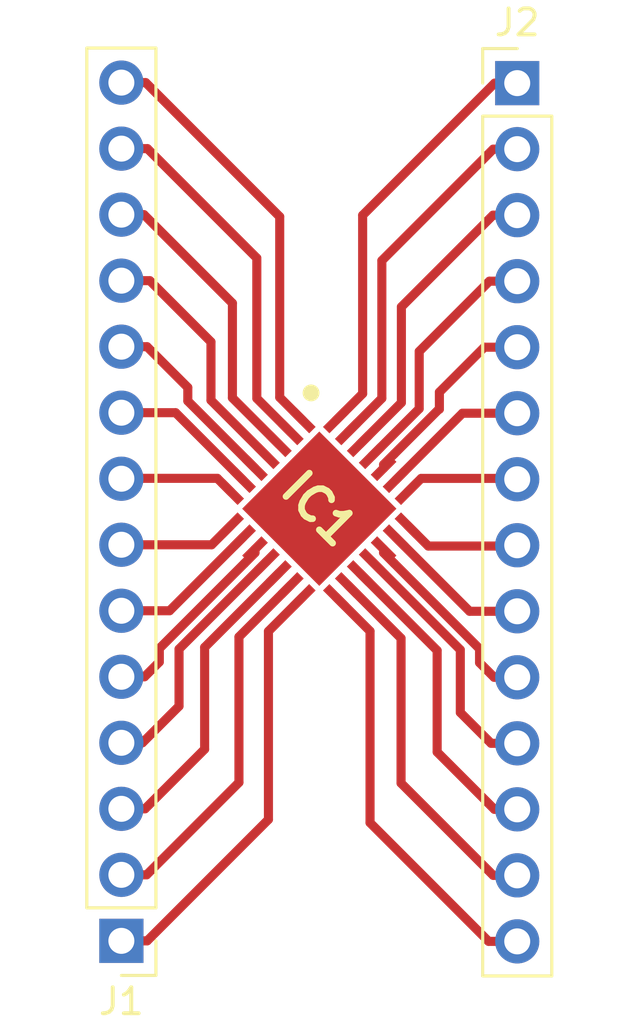
<source format=kicad_pcb>
(kicad_pcb (version 20171130) (host pcbnew "(5.1.2)-2")

  (general
    (thickness 1.6)
    (drawings 0)
    (tracks 111)
    (zones 0)
    (modules 3)
    (nets 30)
  )

  (page A4)
  (layers
    (0 F.Cu signal)
    (31 B.Cu signal)
    (32 B.Adhes user)
    (33 F.Adhes user)
    (34 B.Paste user)
    (35 F.Paste user)
    (36 B.SilkS user)
    (37 F.SilkS user)
    (38 B.Mask user)
    (39 F.Mask user)
    (40 Dwgs.User user)
    (41 Cmts.User user)
    (42 Eco1.User user)
    (43 Eco2.User user)
    (44 Edge.Cuts user)
    (45 Margin user)
    (46 B.CrtYd user)
    (47 F.CrtYd user)
    (48 B.Fab user)
    (49 F.Fab user)
  )

  (setup
    (last_trace_width 0.35)
    (user_trace_width 0.35)
    (trace_clearance 0.2)
    (zone_clearance 0.508)
    (zone_45_only no)
    (trace_min 0.2)
    (via_size 0.8)
    (via_drill 0.4)
    (via_min_size 0.4)
    (via_min_drill 0.3)
    (uvia_size 0.3)
    (uvia_drill 0.1)
    (uvias_allowed no)
    (uvia_min_size 0.2)
    (uvia_min_drill 0.1)
    (edge_width 0.05)
    (segment_width 0.2)
    (pcb_text_width 0.3)
    (pcb_text_size 1.5 1.5)
    (mod_edge_width 0.12)
    (mod_text_size 1 1)
    (mod_text_width 0.15)
    (pad_size 1.524 1.524)
    (pad_drill 0.762)
    (pad_to_mask_clearance 0.051)
    (solder_mask_min_width 0.25)
    (aux_axis_origin 0 0)
    (grid_origin 145.29308 96.87306)
    (visible_elements 7FFFFFFF)
    (pcbplotparams
      (layerselection 0x010fc_ffffffff)
      (usegerberextensions false)
      (usegerberattributes false)
      (usegerberadvancedattributes false)
      (creategerberjobfile false)
      (excludeedgelayer true)
      (linewidth 0.100000)
      (plotframeref false)
      (viasonmask false)
      (mode 1)
      (useauxorigin false)
      (hpglpennumber 1)
      (hpglpenspeed 20)
      (hpglpendiameter 15.000000)
      (psnegative false)
      (psa4output false)
      (plotreference true)
      (plotvalue true)
      (plotinvisibletext false)
      (padsonsilk false)
      (subtractmaskfromsilk false)
      (outputformat 1)
      (mirror false)
      (drillshape 1)
      (scaleselection 1)
      (outputdirectory ""))
  )

  (net 0 "")
  (net 1 /Pin1)
  (net 2 /Pin2)
  (net 3 /Pin3)
  (net 4 /Pin15)
  (net 5 /Pin28)
  (net 6 /Pin27)
  (net 7 /Pin26)
  (net 8 /Pin24)
  (net 9 /Pin23)
  (net 10 /Pin22)
  (net 11 /Pin21)
  (net 12 /Pin20)
  (net 13 /Pin18)
  (net 14 /Pin17)
  (net 15 /Pin16)
  (net 16 /Pin14)
  (net 17 /Pin13)
  (net 18 /Pin12)
  (net 19 /Pin11)
  (net 20 /Pin10)
  (net 21 /Pin9)
  (net 22 /Pin8)
  (net 23 /Pin7)
  (net 24 /Pin6)
  (net 25 /Pin5)
  (net 26 /Pin4)
  (net 27 "Net-(IC1-Pad29)")
  (net 28 /Pin19)
  (net 29 /Pin25)

  (net_class Default "This is the default net class."
    (clearance 0.2)
    (trace_width 0.25)
    (via_dia 0.8)
    (via_drill 0.4)
    (uvia_dia 0.3)
    (uvia_drill 0.1)
    (add_net /Pin1)
    (add_net /Pin10)
    (add_net /Pin11)
    (add_net /Pin12)
    (add_net /Pin13)
    (add_net /Pin14)
    (add_net /Pin15)
    (add_net /Pin16)
    (add_net /Pin17)
    (add_net /Pin18)
    (add_net /Pin19)
    (add_net /Pin2)
    (add_net /Pin20)
    (add_net /Pin21)
    (add_net /Pin22)
    (add_net /Pin23)
    (add_net /Pin24)
    (add_net /Pin25)
    (add_net /Pin26)
    (add_net /Pin27)
    (add_net /Pin28)
    (add_net /Pin3)
    (add_net /Pin4)
    (add_net /Pin5)
    (add_net /Pin6)
    (add_net /Pin7)
    (add_net /Pin8)
    (add_net /Pin9)
    (add_net "Net-(IC1-Pad29)")
  )

  (module MCP25625_Breakoutboard:QFN65P600X600X100-29N-D (layer F.Cu) (tedit 0) (tstamp 5DC9A7CA)
    (at 145.29308 96.87306 315)
    (descr "28-Lead (ML) - 6x6 mm Body [QFN] with 0.55 mm Contact Length")
    (tags "Integrated Circuit")
    (path /5DCBA3DF)
    (attr smd)
    (fp_text reference IC1 (at 0 0 135) (layer F.SilkS)
      (effects (font (size 1.27 1.27) (thickness 0.254)))
    )
    (fp_text value MCP25625T-E_ML (at 0 0 135) (layer F.SilkS) hide
      (effects (font (size 1.27 1.27) (thickness 0.254)))
    )
    (fp_text user %R (at 0 0 135) (layer F.Fab)
      (effects (font (size 1.27 1.27) (thickness 0.254)))
    )
    (fp_line (start -3.625 -3.625) (end 3.625 -3.625) (layer F.CrtYd) (width 0.05))
    (fp_line (start 3.625 -3.625) (end 3.625 3.625) (layer F.CrtYd) (width 0.05))
    (fp_line (start 3.625 3.625) (end -3.625 3.625) (layer F.CrtYd) (width 0.05))
    (fp_line (start -3.625 3.625) (end -3.625 -3.625) (layer F.CrtYd) (width 0.05))
    (fp_line (start -3 -3) (end 3 -3) (layer F.Fab) (width 0.1))
    (fp_line (start 3 -3) (end 3 3) (layer F.Fab) (width 0.1))
    (fp_line (start 3 3) (end -3 3) (layer F.Fab) (width 0.1))
    (fp_line (start -3 3) (end -3 -3) (layer F.Fab) (width 0.1))
    (fp_line (start -3 -2.35) (end -2.35 -3) (layer F.Fab) (width 0.1))
    (fp_circle (center -3.3745 -2.925) (end -3.3745 -2.7625) (layer F.SilkS) (width 0.325))
    (pad 1 smd rect (at -2.85 -1.95 45) (size 0.35 1.05) (layers F.Cu F.Paste F.Mask)
      (net 1 /Pin1))
    (pad 2 smd rect (at -2.85 -1.3 45) (size 0.35 1.05) (layers F.Cu F.Paste F.Mask)
      (net 2 /Pin2))
    (pad 3 smd rect (at -2.85 -0.65 45) (size 0.35 1.05) (layers F.Cu F.Paste F.Mask)
      (net 3 /Pin3))
    (pad 4 smd rect (at -2.85 0 45) (size 0.35 1.05) (layers F.Cu F.Paste F.Mask)
      (net 26 /Pin4))
    (pad 5 smd rect (at -2.85 0.65 45) (size 0.35 1.05) (layers F.Cu F.Paste F.Mask)
      (net 25 /Pin5))
    (pad 6 smd rect (at -2.85 1.3 45) (size 0.35 1.05) (layers F.Cu F.Paste F.Mask)
      (net 24 /Pin6))
    (pad 7 smd rect (at -2.85 1.95 45) (size 0.35 1.05) (layers F.Cu F.Paste F.Mask)
      (net 23 /Pin7))
    (pad 8 smd rect (at -1.95 2.85 315) (size 0.35 1.05) (layers F.Cu F.Paste F.Mask)
      (net 22 /Pin8))
    (pad 9 smd rect (at -1.3 2.85 315) (size 0.35 1.05) (layers F.Cu F.Paste F.Mask)
      (net 21 /Pin9))
    (pad 10 smd rect (at -0.65 2.85 315) (size 0.35 1.05) (layers F.Cu F.Paste F.Mask)
      (net 20 /Pin10))
    (pad 11 smd rect (at 0 2.85 315) (size 0.35 1.05) (layers F.Cu F.Paste F.Mask)
      (net 19 /Pin11))
    (pad 12 smd rect (at 0.65 2.85 315) (size 0.35 1.05) (layers F.Cu F.Paste F.Mask)
      (net 18 /Pin12))
    (pad 13 smd rect (at 1.3 2.85 315) (size 0.35 1.05) (layers F.Cu F.Paste F.Mask)
      (net 17 /Pin13))
    (pad 14 smd rect (at 1.95 2.85 315) (size 0.35 1.05) (layers F.Cu F.Paste F.Mask)
      (net 16 /Pin14))
    (pad 15 smd rect (at 2.85 1.95 45) (size 0.35 1.05) (layers F.Cu F.Paste F.Mask)
      (net 4 /Pin15))
    (pad 16 smd rect (at 2.85 1.3 45) (size 0.35 1.05) (layers F.Cu F.Paste F.Mask)
      (net 15 /Pin16))
    (pad 17 smd rect (at 2.85 0.65 45) (size 0.35 1.05) (layers F.Cu F.Paste F.Mask)
      (net 14 /Pin17))
    (pad 18 smd rect (at 2.85 0 45) (size 0.35 1.05) (layers F.Cu F.Paste F.Mask)
      (net 13 /Pin18))
    (pad 19 smd rect (at 2.85 -0.65 45) (size 0.35 1.05) (layers F.Cu F.Paste F.Mask)
      (net 28 /Pin19))
    (pad 20 smd rect (at 2.85 -1.3 45) (size 0.35 1.05) (layers F.Cu F.Paste F.Mask)
      (net 12 /Pin20))
    (pad 21 smd rect (at 2.85 -1.95 45) (size 0.35 1.05) (layers F.Cu F.Paste F.Mask)
      (net 11 /Pin21))
    (pad 22 smd rect (at 1.95 -2.85 315) (size 0.35 1.05) (layers F.Cu F.Paste F.Mask)
      (net 10 /Pin22))
    (pad 23 smd rect (at 1.3 -2.85 315) (size 0.35 1.05) (layers F.Cu F.Paste F.Mask)
      (net 9 /Pin23))
    (pad 24 smd rect (at 0.65 -2.85 315) (size 0.35 1.05) (layers F.Cu F.Paste F.Mask)
      (net 8 /Pin24))
    (pad 25 smd rect (at 0 -2.85 315) (size 0.35 1.05) (layers F.Cu F.Paste F.Mask)
      (net 29 /Pin25))
    (pad 26 smd rect (at -0.65 -2.85 315) (size 0.35 1.05) (layers F.Cu F.Paste F.Mask)
      (net 7 /Pin26))
    (pad 27 smd rect (at -1.3 -2.85 315) (size 0.35 1.05) (layers F.Cu F.Paste F.Mask)
      (net 6 /Pin27))
    (pad 28 smd rect (at -1.95 -2.85 315) (size 0.35 1.05) (layers F.Cu F.Paste F.Mask)
      (net 5 /Pin28))
    (pad 29 smd rect (at 0 0 315) (size 4.2 4.2) (layers F.Cu F.Paste F.Mask)
      (net 27 "Net-(IC1-Pad29)"))
    (model MCP25625T-E_ML.stp
      (at (xyz 0 0 0))
      (scale (xyz 1 1 1))
      (rotate (xyz 0 0 0))
    )
  )

  (module Connector_PinHeader_2.54mm:PinHeader_1x14_P2.54mm_Vertical (layer F.Cu) (tedit 59FED5CC) (tstamp 5DC9A17C)
    (at 152.91308 80.5)
    (descr "Through hole straight pin header, 1x14, 2.54mm pitch, single row")
    (tags "Through hole pin header THT 1x14 2.54mm single row")
    (path /5DC9EBC5)
    (fp_text reference J2 (at 0 -2.33) (layer F.SilkS)
      (effects (font (size 1 1) (thickness 0.15)))
    )
    (fp_text value Conn_01x14 (at 0 35.35) (layer F.Fab)
      (effects (font (size 1 1) (thickness 0.15)))
    )
    (fp_text user %R (at 0 16.51 90) (layer F.Fab)
      (effects (font (size 1 1) (thickness 0.15)))
    )
    (fp_line (start 1.8 -1.8) (end -1.8 -1.8) (layer F.CrtYd) (width 0.05))
    (fp_line (start 1.8 34.8) (end 1.8 -1.8) (layer F.CrtYd) (width 0.05))
    (fp_line (start -1.8 34.8) (end 1.8 34.8) (layer F.CrtYd) (width 0.05))
    (fp_line (start -1.8 -1.8) (end -1.8 34.8) (layer F.CrtYd) (width 0.05))
    (fp_line (start -1.33 -1.33) (end 0 -1.33) (layer F.SilkS) (width 0.12))
    (fp_line (start -1.33 0) (end -1.33 -1.33) (layer F.SilkS) (width 0.12))
    (fp_line (start -1.33 1.27) (end 1.33 1.27) (layer F.SilkS) (width 0.12))
    (fp_line (start 1.33 1.27) (end 1.33 34.35) (layer F.SilkS) (width 0.12))
    (fp_line (start -1.33 1.27) (end -1.33 34.35) (layer F.SilkS) (width 0.12))
    (fp_line (start -1.33 34.35) (end 1.33 34.35) (layer F.SilkS) (width 0.12))
    (fp_line (start -1.27 -0.635) (end -0.635 -1.27) (layer F.Fab) (width 0.1))
    (fp_line (start -1.27 34.29) (end -1.27 -0.635) (layer F.Fab) (width 0.1))
    (fp_line (start 1.27 34.29) (end -1.27 34.29) (layer F.Fab) (width 0.1))
    (fp_line (start 1.27 -1.27) (end 1.27 34.29) (layer F.Fab) (width 0.1))
    (fp_line (start -0.635 -1.27) (end 1.27 -1.27) (layer F.Fab) (width 0.1))
    (pad 14 thru_hole oval (at 0 33.02) (size 1.7 1.7) (drill 1) (layers *.Cu *.Mask)
      (net 4 /Pin15))
    (pad 13 thru_hole oval (at 0 30.48) (size 1.7 1.7) (drill 1) (layers *.Cu *.Mask)
      (net 15 /Pin16))
    (pad 12 thru_hole oval (at 0 27.94) (size 1.7 1.7) (drill 1) (layers *.Cu *.Mask)
      (net 14 /Pin17))
    (pad 11 thru_hole oval (at 0 25.4) (size 1.7 1.7) (drill 1) (layers *.Cu *.Mask)
      (net 13 /Pin18))
    (pad 10 thru_hole oval (at 0 22.86) (size 1.7 1.7) (drill 1) (layers *.Cu *.Mask)
      (net 28 /Pin19))
    (pad 9 thru_hole oval (at 0 20.32) (size 1.7 1.7) (drill 1) (layers *.Cu *.Mask)
      (net 12 /Pin20))
    (pad 8 thru_hole oval (at 0 17.78) (size 1.7 1.7) (drill 1) (layers *.Cu *.Mask)
      (net 11 /Pin21))
    (pad 7 thru_hole oval (at 0 15.24) (size 1.7 1.7) (drill 1) (layers *.Cu *.Mask)
      (net 10 /Pin22))
    (pad 6 thru_hole oval (at 0 12.7) (size 1.7 1.7) (drill 1) (layers *.Cu *.Mask)
      (net 9 /Pin23))
    (pad 5 thru_hole oval (at 0 10.16) (size 1.7 1.7) (drill 1) (layers *.Cu *.Mask)
      (net 8 /Pin24))
    (pad 4 thru_hole oval (at 0 7.62) (size 1.7 1.7) (drill 1) (layers *.Cu *.Mask)
      (net 29 /Pin25))
    (pad 3 thru_hole oval (at 0 5.08) (size 1.7 1.7) (drill 1) (layers *.Cu *.Mask)
      (net 7 /Pin26))
    (pad 2 thru_hole oval (at 0 2.54) (size 1.7 1.7) (drill 1) (layers *.Cu *.Mask)
      (net 6 /Pin27))
    (pad 1 thru_hole rect (at 0 0) (size 1.7 1.7) (drill 1) (layers *.Cu *.Mask)
      (net 5 /Pin28))
    (model ${KISYS3DMOD}/Connector_PinHeader_2.54mm.3dshapes/PinHeader_1x14_P2.54mm_Vertical.wrl
      (at (xyz 0 0 0))
      (scale (xyz 1 1 1))
      (rotate (xyz 0 0 0))
    )
  )

  (module Connector_PinHeader_2.54mm:PinHeader_1x14_P2.54mm_Vertical (layer F.Cu) (tedit 59FED5CC) (tstamp 5DC9A15A)
    (at 137.67308 113.5 180)
    (descr "Through hole straight pin header, 1x14, 2.54mm pitch, single row")
    (tags "Through hole pin header THT 1x14 2.54mm single row")
    (path /5DC9CCEC)
    (fp_text reference J1 (at 0 -2.33) (layer F.SilkS)
      (effects (font (size 1 1) (thickness 0.15)))
    )
    (fp_text value Conn_01x14 (at 0 35.35) (layer F.Fab)
      (effects (font (size 1 1) (thickness 0.15)))
    )
    (fp_text user %R (at 0.354319 8.436599 90) (layer F.Fab)
      (effects (font (size 1 1) (thickness 0.15)))
    )
    (fp_line (start 1.8 -1.8) (end -1.8 -1.8) (layer F.CrtYd) (width 0.05))
    (fp_line (start 1.8 34.8) (end 1.8 -1.8) (layer F.CrtYd) (width 0.05))
    (fp_line (start -1.8 34.8) (end 1.8 34.8) (layer F.CrtYd) (width 0.05))
    (fp_line (start -1.8 -1.8) (end -1.8 34.8) (layer F.CrtYd) (width 0.05))
    (fp_line (start -1.33 -1.33) (end 0 -1.33) (layer F.SilkS) (width 0.12))
    (fp_line (start -1.33 0) (end -1.33 -1.33) (layer F.SilkS) (width 0.12))
    (fp_line (start -1.33 1.27) (end 1.33 1.27) (layer F.SilkS) (width 0.12))
    (fp_line (start 1.33 1.27) (end 1.33 34.35) (layer F.SilkS) (width 0.12))
    (fp_line (start -1.33 1.27) (end -1.33 34.35) (layer F.SilkS) (width 0.12))
    (fp_line (start -1.33 34.35) (end 1.33 34.35) (layer F.SilkS) (width 0.12))
    (fp_line (start -1.27 -0.635) (end -0.635 -1.27) (layer F.Fab) (width 0.1))
    (fp_line (start -1.27 34.29) (end -1.27 -0.635) (layer F.Fab) (width 0.1))
    (fp_line (start 1.27 34.29) (end -1.27 34.29) (layer F.Fab) (width 0.1))
    (fp_line (start 1.27 -1.27) (end 1.27 34.29) (layer F.Fab) (width 0.1))
    (fp_line (start -0.635 -1.27) (end 1.27 -1.27) (layer F.Fab) (width 0.1))
    (pad 14 thru_hole oval (at 0 33.02 180) (size 1.7 1.7) (drill 1) (layers *.Cu *.Mask)
      (net 1 /Pin1))
    (pad 13 thru_hole oval (at 0 30.48 180) (size 1.7 1.7) (drill 1) (layers *.Cu *.Mask)
      (net 2 /Pin2))
    (pad 12 thru_hole oval (at 0 27.94 180) (size 1.7 1.7) (drill 1) (layers *.Cu *.Mask)
      (net 3 /Pin3))
    (pad 11 thru_hole oval (at 0 25.4 180) (size 1.7 1.7) (drill 1) (layers *.Cu *.Mask)
      (net 26 /Pin4))
    (pad 10 thru_hole oval (at 0 22.86 180) (size 1.7 1.7) (drill 1) (layers *.Cu *.Mask)
      (net 25 /Pin5))
    (pad 9 thru_hole oval (at 0 20.32 180) (size 1.7 1.7) (drill 1) (layers *.Cu *.Mask)
      (net 24 /Pin6))
    (pad 8 thru_hole oval (at 0 17.78 180) (size 1.7 1.7) (drill 1) (layers *.Cu *.Mask)
      (net 23 /Pin7))
    (pad 7 thru_hole oval (at 0 15.24 180) (size 1.7 1.7) (drill 1) (layers *.Cu *.Mask)
      (net 22 /Pin8))
    (pad 6 thru_hole oval (at 0 12.7 180) (size 1.7 1.7) (drill 1) (layers *.Cu *.Mask)
      (net 21 /Pin9))
    (pad 5 thru_hole oval (at 0 10.16 180) (size 1.7 1.7) (drill 1) (layers *.Cu *.Mask)
      (net 20 /Pin10))
    (pad 4 thru_hole oval (at 0 7.62 180) (size 1.7 1.7) (drill 1) (layers *.Cu *.Mask)
      (net 19 /Pin11))
    (pad 3 thru_hole oval (at 0 5.08 180) (size 1.7 1.7) (drill 1) (layers *.Cu *.Mask)
      (net 18 /Pin12))
    (pad 2 thru_hole oval (at 0 2.54 180) (size 1.7 1.7) (drill 1) (layers *.Cu *.Mask)
      (net 17 /Pin13))
    (pad 1 thru_hole rect (at 0 0 180) (size 1.7 1.7) (drill 1) (layers *.Cu *.Mask)
      (net 16 /Pin14))
    (model ${KISYS3DMOD}/Connector_PinHeader_2.54mm.3dshapes/PinHeader_1x14_P2.54mm_Vertical.wrl
      (at (xyz 0 0 0))
      (scale (xyz 1 1 1))
      (rotate (xyz 0 0 0))
    )
  )

  (segment (start 138.61044 80.48) (end 137.67308 80.48) (width 0.35) (layer F.Cu) (net 1))
  (segment (start 143.76908 85.63864) (end 138.61044 80.48) (width 0.35) (layer F.Cu) (net 1))
  (segment (start 144.656684 93.478947) (end 143.76908 92.591343) (width 0.35) (layer F.Cu) (net 1))
  (segment (start 143.76908 92.591343) (end 143.76908 85.63864) (width 0.35) (layer F.Cu) (net 1))
  (segment (start 138.67648 83.02) (end 137.67308 83.02) (width 0.35) (layer F.Cu) (net 2))
  (segment (start 142.8877 87.23122) (end 138.67648 83.02) (width 0.35) (layer F.Cu) (net 2))
  (segment (start 144.197064 93.938567) (end 142.8877 92.629203) (width 0.35) (layer F.Cu) (net 2))
  (segment (start 142.8877 92.629203) (end 142.8877 87.23122) (width 0.35) (layer F.Cu) (net 2))
  (segment (start 138.54186 85.56) (end 137.67308 85.56) (width 0.35) (layer F.Cu) (net 3))
  (segment (start 141.9479 88.96604) (end 138.54186 85.56) (width 0.35) (layer F.Cu) (net 3))
  (segment (start 143.737445 94.398186) (end 141.9479 92.608641) (width 0.35) (layer F.Cu) (net 3))
  (segment (start 141.9479 92.608641) (end 141.9479 88.96604) (width 0.35) (layer F.Cu) (net 3))
  (segment (start 151.8105 113.52) (end 152.91308 113.52) (width 0.35) (layer F.Cu) (net 4))
  (segment (start 147.24634 108.95584) (end 151.8105 113.52) (width 0.35) (layer F.Cu) (net 4))
  (segment (start 145.929476 100.267173) (end 147.24634 101.584037) (width 0.35) (layer F.Cu) (net 4))
  (segment (start 147.24634 101.584037) (end 147.24634 108.95584) (width 0.35) (layer F.Cu) (net 4))
  (segment (start 152.04462 80.5) (end 152.91308 80.5) (width 0.35) (layer F.Cu) (net 5))
  (segment (start 146.96186 85.58276) (end 152.04462 80.5) (width 0.35) (layer F.Cu) (net 5))
  (segment (start 145.929476 93.478947) (end 146.96186 92.446563) (width 0.35) (layer F.Cu) (net 5))
  (segment (start 146.96186 92.446563) (end 146.96186 85.58276) (width 0.35) (layer F.Cu) (net 5))
  (segment (start 151.98874 83.04) (end 152.91308 83.04) (width 0.35) (layer F.Cu) (net 6))
  (segment (start 147.701 87.32774) (end 151.98874 83.04) (width 0.35) (layer F.Cu) (net 6))
  (segment (start 146.389096 93.938567) (end 147.701 92.626663) (width 0.35) (layer F.Cu) (net 6))
  (segment (start 147.701 92.626663) (end 147.701 87.32774) (width 0.35) (layer F.Cu) (net 6))
  (segment (start 151.98112 85.58) (end 152.91308 85.58) (width 0.35) (layer F.Cu) (net 7))
  (segment (start 148.45284 89.10828) (end 151.98112 85.58) (width 0.35) (layer F.Cu) (net 7))
  (segment (start 146.848715 94.398186) (end 148.45284 92.794061) (width 0.35) (layer F.Cu) (net 7))
  (segment (start 148.45284 92.794061) (end 148.45284 89.10828) (width 0.35) (layer F.Cu) (net 7))
  (segment (start 149.91588 92.38996) (end 151.64584 90.66) (width 0.35) (layer F.Cu) (net 8))
  (segment (start 151.64584 90.66) (end 152.91308 90.66) (width 0.35) (layer F.Cu) (net 8))
  (segment (start 147.767954 95.17602) (end 148.178319 94.765655) (width 0.35) (layer F.Cu) (net 8))
  (segment (start 147.767954 95.317425) (end 147.767954 95.17602) (width 0.35) (layer F.Cu) (net 8))
  (segment (start 148.178319 94.765655) (end 148.178319 94.765651) (width 0.35) (layer F.Cu) (net 8))
  (segment (start 148.178319 94.765651) (end 149.89869 93.04528) (width 0.35) (layer F.Cu) (net 8))
  (segment (start 149.89869 93.04528) (end 149.91588 93.04528) (width 0.35) (layer F.Cu) (net 8))
  (segment (start 149.91588 93.04528) (end 149.91588 92.38996) (width 0.35) (layer F.Cu) (net 8))
  (segment (start 150.804617 93.2) (end 152.91308 93.2) (width 0.35) (layer F.Cu) (net 9))
  (segment (start 148.227573 95.777044) (end 150.804617 93.2) (width 0.35) (layer F.Cu) (net 9))
  (segment (start 152.88028 95.7072) (end 152.91308 95.74) (width 0.35) (layer F.Cu) (net 10))
  (segment (start 148.687193 96.236664) (end 149.216657 95.7072) (width 0.35) (layer F.Cu) (net 10))
  (segment (start 149.216657 95.7072) (end 152.88028 95.7072) (width 0.35) (layer F.Cu) (net 10))
  (segment (start 152.88238 98.3107) (end 152.91308 98.28) (width 0.35) (layer F.Cu) (net 11))
  (segment (start 148.687193 97.509456) (end 149.488437 98.3107) (width 0.35) (layer F.Cu) (net 11))
  (segment (start 149.488437 98.3107) (end 152.88238 98.3107) (width 0.35) (layer F.Cu) (net 11))
  (segment (start 151.710999 100.82) (end 152.91308 100.82) (width 0.35) (layer F.Cu) (net 12))
  (segment (start 148.227573 97.969076) (end 151.078497 100.82) (width 0.35) (layer F.Cu) (net 12))
  (segment (start 151.078497 100.82) (end 151.710999 100.82) (width 0.35) (layer F.Cu) (net 12))
  (segment (start 151.90702 105.9) (end 152.91308 105.9) (width 0.35) (layer F.Cu) (net 13))
  (segment (start 150.72106 104.71404) (end 151.90702 105.9) (width 0.35) (layer F.Cu) (net 13))
  (segment (start 147.308334 98.888314) (end 150.72106 102.30104) (width 0.35) (layer F.Cu) (net 13))
  (segment (start 150.72106 102.30104) (end 150.72106 104.71404) (width 0.35) (layer F.Cu) (net 13))
  (segment (start 152.03402 108.44) (end 152.91308 108.44) (width 0.35) (layer F.Cu) (net 14))
  (segment (start 149.82952 106.2355) (end 152.03402 108.44) (width 0.35) (layer F.Cu) (net 14))
  (segment (start 146.848715 99.347934) (end 149.82952 102.328739) (width 0.35) (layer F.Cu) (net 14))
  (segment (start 149.82952 102.328739) (end 149.82952 106.2355) (width 0.35) (layer F.Cu) (net 14))
  (segment (start 151.9883 110.98) (end 152.91308 110.98) (width 0.35) (layer F.Cu) (net 15))
  (segment (start 148.44014 107.43184) (end 151.9883 110.98) (width 0.35) (layer F.Cu) (net 15))
  (segment (start 146.389096 99.807553) (end 148.44014 101.858597) (width 0.35) (layer F.Cu) (net 15))
  (segment (start 148.44014 101.858597) (end 148.44014 107.43184) (width 0.35) (layer F.Cu) (net 15))
  (segment (start 138.66612 113.5) (end 137.67308 113.5) (width 0.35) (layer F.Cu) (net 16))
  (segment (start 143.33474 108.83138) (end 138.66612 113.5) (width 0.35) (layer F.Cu) (net 16))
  (segment (start 144.656684 100.267173) (end 143.33474 101.589117) (width 0.35) (layer F.Cu) (net 16))
  (segment (start 143.33474 101.589117) (end 143.33474 108.83138) (width 0.35) (layer F.Cu) (net 16))
  (segment (start 138.6458 110.96) (end 137.67308 110.96) (width 0.35) (layer F.Cu) (net 17))
  (segment (start 142.19936 107.40644) (end 138.6458 110.96) (width 0.35) (layer F.Cu) (net 17))
  (segment (start 144.197064 99.807553) (end 142.19936 101.805257) (width 0.35) (layer F.Cu) (net 17))
  (segment (start 142.19936 101.805257) (end 142.19936 107.40644) (width 0.35) (layer F.Cu) (net 17))
  (segment (start 138.58484 108.42) (end 137.67308 108.42) (width 0.35) (layer F.Cu) (net 18))
  (segment (start 140.87856 106.12628) (end 138.58484 108.42) (width 0.35) (layer F.Cu) (net 18))
  (segment (start 143.737445 99.347934) (end 140.87856 102.206819) (width 0.35) (layer F.Cu) (net 18))
  (segment (start 140.87856 102.206819) (end 140.87856 106.12628) (width 0.35) (layer F.Cu) (net 18))
  (segment (start 138.48324 105.88) (end 137.67308 105.88) (width 0.35) (layer F.Cu) (net 19))
  (segment (start 139.89304 104.4702) (end 138.48324 105.88) (width 0.35) (layer F.Cu) (net 19))
  (segment (start 143.277826 98.888314) (end 139.89304 102.2731) (width 0.35) (layer F.Cu) (net 19))
  (segment (start 139.89304 102.2731) (end 139.89304 104.4702) (width 0.35) (layer F.Cu) (net 19))
  (segment (start 138.56452 103.34) (end 137.67308 103.34) (width 0.35) (layer F.Cu) (net 20))
  (segment (start 142.818206 98.428695) (end 142.818206 98.5701) (width 0.35) (layer F.Cu) (net 20))
  (segment (start 142.407841 98.980465) (end 142.407841 98.980469) (width 0.35) (layer F.Cu) (net 20))
  (segment (start 142.407841 98.980469) (end 139.13358 102.25473) (width 0.35) (layer F.Cu) (net 20))
  (segment (start 142.818206 98.5701) (end 142.407841 98.980465) (width 0.35) (layer F.Cu) (net 20))
  (segment (start 139.13358 102.25473) (end 139.13358 102.77094) (width 0.35) (layer F.Cu) (net 20))
  (segment (start 139.13358 102.77094) (end 138.56452 103.34) (width 0.35) (layer F.Cu) (net 20))
  (segment (start 139.527663 100.8) (end 137.67308 100.8) (width 0.35) (layer F.Cu) (net 21))
  (segment (start 142.358587 97.969076) (end 139.527663 100.8) (width 0.35) (layer F.Cu) (net 21))
  (segment (start 137.67552 98.26244) (end 137.67308 98.26) (width 0.35) (layer F.Cu) (net 22))
  (segment (start 141.898967 97.509456) (end 141.145983 98.26244) (width 0.35) (layer F.Cu) (net 22))
  (segment (start 141.145983 98.26244) (end 137.67552 98.26244) (width 0.35) (layer F.Cu) (net 22))
  (segment (start 137.68842 95.70466) (end 137.67308 95.72) (width 0.35) (layer F.Cu) (net 23))
  (segment (start 141.898967 96.236664) (end 141.366963 95.70466) (width 0.35) (layer F.Cu) (net 23))
  (segment (start 141.366963 95.70466) (end 137.68842 95.70466) (width 0.35) (layer F.Cu) (net 23))
  (segment (start 139.761543 93.18) (end 137.67308 93.18) (width 0.35) (layer F.Cu) (net 24))
  (segment (start 142.358587 95.777044) (end 139.761543 93.18) (width 0.35) (layer F.Cu) (net 24))
  (segment (start 138.66124 90.64) (end 137.67308 90.64) (width 0.35) (layer F.Cu) (net 25))
  (segment (start 140.23086 92.20962) (end 138.66124 90.64) (width 0.35) (layer F.Cu) (net 25))
  (segment (start 142.818206 95.317425) (end 140.23086 92.730079) (width 0.35) (layer F.Cu) (net 25))
  (segment (start 140.23086 92.730079) (end 140.23086 92.20962) (width 0.35) (layer F.Cu) (net 25))
  (segment (start 138.76792 88.1) (end 137.67308 88.1) (width 0.35) (layer F.Cu) (net 26))
  (segment (start 141.1224 90.45448) (end 138.76792 88.1) (width 0.35) (layer F.Cu) (net 26))
  (segment (start 143.277826 94.857806) (end 141.1224 92.70238) (width 0.35) (layer F.Cu) (net 26))
  (segment (start 141.1224 92.70238) (end 141.1224 90.45448) (width 0.35) (layer F.Cu) (net 26))
  (segment (start 152.02386 103.36) (end 152.91308 103.36) (width 0.35) (layer F.Cu) (net 28))
  (segment (start 147.767954 98.428695) (end 147.767954 98.5701) (width 0.35) (layer F.Cu) (net 28))
  (segment (start 148.178319 98.980465) (end 148.178319 98.980469) (width 0.35) (layer F.Cu) (net 28))
  (segment (start 148.178319 98.980469) (end 151.46274 102.26489) (width 0.35) (layer F.Cu) (net 28))
  (segment (start 147.767954 98.5701) (end 148.178319 98.980465) (width 0.35) (layer F.Cu) (net 28))
  (segment (start 151.46274 102.26489) (end 151.46274 102.79888) (width 0.35) (layer F.Cu) (net 28))
  (segment (start 151.46274 102.79888) (end 152.02386 103.36) (width 0.35) (layer F.Cu) (net 28))
  (segment (start 151.84142 88.12) (end 152.91308 88.12) (width 0.35) (layer F.Cu) (net 29))
  (segment (start 149.13864 90.82278) (end 151.84142 88.12) (width 0.35) (layer F.Cu) (net 29))
  (segment (start 147.308334 94.857806) (end 149.13864 93.0275) (width 0.35) (layer F.Cu) (net 29))
  (segment (start 149.13864 93.0275) (end 149.13864 90.82278) (width 0.35) (layer F.Cu) (net 29))

)

</source>
